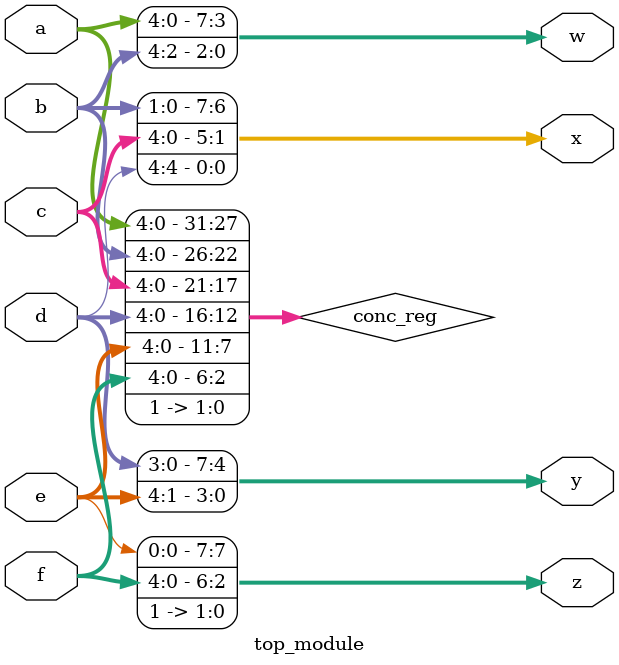
<source format=v>
module top_module (
    input [4:0] a, b, c, d, e, f,
    output [7:0] w, x, y, z );
    reg [31:0] conc_reg;
    assign conc_reg = {a[4:0],b[4:0],c[4:0],d[4:0],e[4:0],f[4:0],2'b11};
    assign w = conc_reg[31:24];
    assign x = conc_reg[23:16];
    assign y = conc_reg[15:8];
    assign z = conc_reg[7:0];
endmodule

</source>
